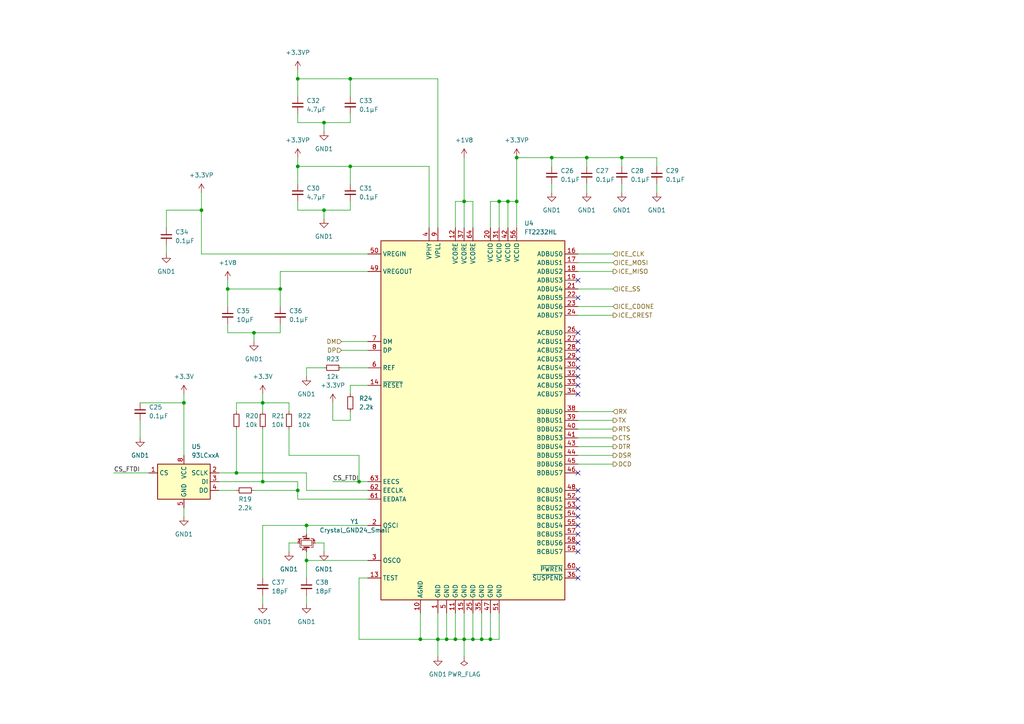
<source format=kicad_sch>
(kicad_sch (version 20230121) (generator eeschema)
  (paper "A4")
  (lib_symbols
    (symbol "Device:C_Small" (pin_numbers hide) (pin_names (offset 0.254) hide)
      (property "Reference" "C" (at 0.254 1.778 0))
      (property "Value" "C_Small" (at 0.254 -2.032 0))
      (symbol "C_Small_0_1"
        (polyline (pts (xy -1.524 -0.508) (xy 1.524 -0.508)) (stroke (width 0.3302)))
        (polyline (pts (xy -1.524 0.508) (xy 1.524 0.508)) (stroke (width 0.3048)))
      )
      (symbol "C_Small_1_1"
        (pin passive line (at 0 2.54 270) (length 2.032) (name "~") (number "1"))
        (pin passive line (at 0 -2.54 90) (length 2.032) (name "~") (number "2"))
      )
    )
    (symbol "Device:Crystal_GND24_Small" (pin_names (offset 1.016) hide)
      (property "Reference" "Y" (at 1.27 4.445 0))
      (property "Value" "Crystal_GND24_Small" (at 1.27 2.54 0))
      (symbol "Crystal_GND24_Small_0_1"
        (rectangle (start -0.762 -1.524) (end 0.762 1.524))
        (polyline (pts (xy -1.27 -0.762) (xy -1.27 0.762)) (stroke (width 0.381)))
        (polyline (pts (xy 1.27 -0.762) (xy 1.27 0.762)) (stroke (width 0.381)))
        (polyline (pts (xy -1.27 -1.27) (xy -1.27 -1.905) (xy 1.27 -1.905) (xy 1.27 -1.27)))
        (polyline (pts (xy -1.27 1.27) (xy -1.27 1.905) (xy 1.27 1.905) (xy 1.27 1.27)))
      )
      (symbol "Crystal_GND24_Small_1_1"
        (pin passive line (at -2.54 0 0) (length 1.27) (name "1") (number "1"))
        (pin passive line (at 0 -2.54 90) (length 0.635) (name "2") (number "2"))
        (pin passive line (at 2.54 0 180) (length 1.27) (name "3") (number "3"))
        (pin passive line (at 0 2.54 270) (length 0.635) (name "4") (number "4"))
      )
    )
    (symbol "Device:R_Small" (pin_numbers hide) (pin_names (offset 0.254) hide)
      (property "Reference" "R" (at 0.762 0.508 0))
      (property "Value" "R_Small" (at 0.762 -1.016 0))
      (symbol "R_Small_0_1"
        (rectangle (start -0.762 1.778) (end 0.762 -1.778) (stroke (width 0.2032)))
      )
      (symbol "R_Small_1_1"
        (pin passive line (at 0 2.54 270) (length 0.762) (name "~") (number "1"))
        (pin passive line (at 0 -2.54 90) (length 0.762) (name "~") (number "2"))
      )
    )
    (symbol "Interface_USB:FT2232HL"
      (property "Reference" "U" (at -26.67 53.34 0))
      (property "Value" "FT2232HL" (at 19.05 53.34 0))
      (symbol "FT2232HL_0_1"
        (rectangle (start -26.67 -52.07) (end 26.67 52.07) (stroke (width 0.254)) (fill (type background)))
      )
      (symbol "FT2232HL_1_1"
        (pin power_in line (at -10.16 -55.88 90) (length 3.81) (name "GND") (number "1"))
        (pin power_in line (at -15.24 -55.88 90) (length 3.81) (name "AGND") (number "10"))
        (pin power_in line (at -5.08 -55.88 90) (length 3.81) (name "GND") (number "11"))
        (pin power_in line (at -5.08 55.88 270) (length 3.81) (name "VCORE") (number "12"))
        (pin input line (at -30.48 -45.72 0) (length 3.81) (name "TEST") (number "13"))
        (pin input line (at -30.48 10.16 0) (length 3.81) (name "~{RESET}") (number "14"))
        (pin power_in line (at -2.54 -55.88 90) (length 3.81) (name "GND") (number "15"))
        (pin bidirectional line (at 30.48 48.26 180) (length 3.81) (name "ADBUS0") (number "16"))
        (pin bidirectional line (at 30.48 45.72 180) (length 3.81) (name "ADBUS1") (number "17"))
        (pin bidirectional line (at 30.48 43.18 180) (length 3.81) (name "ADBUS2") (number "18"))
        (pin bidirectional line (at 30.48 40.64 180) (length 3.81) (name "ADBUS3") (number "19"))
        (pin input line (at -30.48 -30.48 0) (length 3.81) (name "OSCI") (number "2"))
        (pin power_in line (at 5.08 55.88 270) (length 3.81) (name "VCCIO") (number "20"))
        (pin bidirectional line (at 30.48 38.1 180) (length 3.81) (name "ADBUS4") (number "21"))
        (pin bidirectional line (at 30.48 35.56 180) (length 3.81) (name "ADBUS5") (number "22"))
        (pin bidirectional line (at 30.48 33.02 180) (length 3.81) (name "ADBUS6") (number "23"))
        (pin bidirectional line (at 30.48 30.48 180) (length 3.81) (name "ADBUS7") (number "24"))
        (pin power_in line (at 0 -55.88 90) (length 3.81) (name "GND") (number "25"))
        (pin bidirectional line (at 30.48 25.4 180) (length 3.81) (name "ACBUS0") (number "26"))
        (pin bidirectional line (at 30.48 22.86 180) (length 3.81) (name "ACBUS1") (number "27"))
        (pin bidirectional line (at 30.48 20.32 180) (length 3.81) (name "ACBUS2") (number "28"))
        (pin bidirectional line (at 30.48 17.78 180) (length 3.81) (name "ACBUS3") (number "29"))
        (pin output line (at -30.48 -40.64 0) (length 3.81) (name "OSCO") (number "3"))
        (pin bidirectional line (at 30.48 15.24 180) (length 3.81) (name "ACBUS4") (number "30"))
        (pin power_in line (at 7.62 55.88 270) (length 3.81) (name "VCCIO") (number "31"))
        (pin bidirectional line (at 30.48 12.7 180) (length 3.81) (name "ACBUS5") (number "32"))
        (pin bidirectional line (at 30.48 10.16 180) (length 3.81) (name "ACBUS6") (number "33"))
        (pin bidirectional line (at 30.48 7.62 180) (length 3.81) (name "ACBUS7") (number "34"))
        (pin power_in line (at 2.54 -55.88 90) (length 3.81) (name "GND") (number "35"))
        (pin output line (at 30.48 -45.72 180) (length 3.81) (name "~{SUSPEND}") (number "36"))
        (pin power_in line (at -2.54 55.88 270) (length 3.81) (name "VCORE") (number "37"))
        (pin bidirectional line (at 30.48 2.54 180) (length 3.81) (name "BDBUS0") (number "38"))
        (pin bidirectional line (at 30.48 0 180) (length 3.81) (name "BDBUS1") (number "39"))
        (pin power_in line (at -12.7 55.88 270) (length 3.81) (name "VPHY") (number "4"))
        (pin bidirectional line (at 30.48 -2.54 180) (length 3.81) (name "BDBUS2") (number "40"))
        (pin bidirectional line (at 30.48 -5.08 180) (length 3.81) (name "BDBUS3") (number "41"))
        (pin power_in line (at 10.16 55.88 270) (length 3.81) (name "VCCIO") (number "42"))
        (pin bidirectional line (at 30.48 -7.62 180) (length 3.81) (name "BDBUS4") (number "43"))
        (pin bidirectional line (at 30.48 -10.16 180) (length 3.81) (name "BDBUS5") (number "44"))
        (pin bidirectional line (at 30.48 -12.7 180) (length 3.81) (name "BDBUS6") (number "45"))
        (pin bidirectional line (at 30.48 -15.24 180) (length 3.81) (name "BDBUS7") (number "46"))
        (pin power_in line (at 5.08 -55.88 90) (length 3.81) (name "GND") (number "47"))
        (pin bidirectional line (at 30.48 -20.32 180) (length 3.81) (name "BCBUS0") (number "48"))
        (pin power_out line (at -30.48 43.18 0) (length 3.81) (name "VREGOUT") (number "49"))
        (pin power_in line (at -7.62 -55.88 90) (length 3.81) (name "GND") (number "5"))
        (pin power_in line (at -30.48 48.26 0) (length 3.81) (name "VREGIN") (number "50"))
        (pin power_in line (at 7.62 -55.88 90) (length 3.81) (name "GND") (number "51"))
        (pin bidirectional line (at 30.48 -22.86 180) (length 3.81) (name "BCBUS1") (number "52"))
        (pin bidirectional line (at 30.48 -25.4 180) (length 3.81) (name "BCBUS2") (number "53"))
        (pin bidirectional line (at 30.48 -27.94 180) (length 3.81) (name "BCBUS3") (number "54"))
        (pin bidirectional line (at 30.48 -30.48 180) (length 3.81) (name "BCBUS4") (number "55"))
        (pin power_in line (at 12.7 55.88 270) (length 3.81) (name "VCCIO") (number "56"))
        (pin bidirectional line (at 30.48 -33.02 180) (length 3.81) (name "BCBUS5") (number "57"))
        (pin bidirectional line (at 30.48 -35.56 180) (length 3.81) (name "BCBUS6") (number "58"))
        (pin bidirectional line (at 30.48 -38.1 180) (length 3.81) (name "BCBUS7") (number "59"))
        (pin output line (at -30.48 15.24 0) (length 3.81) (name "REF") (number "6"))
        (pin output line (at 30.48 -43.18 180) (length 3.81) (name "~{PWREN}") (number "60"))
        (pin bidirectional line (at -30.48 -22.86 0) (length 3.81) (name "EEDATA") (number "61"))
        (pin output line (at -30.48 -20.32 0) (length 3.81) (name "EECLK") (number "62"))
        (pin output line (at -30.48 -17.78 0) (length 3.81) (name "EECS") (number "63"))
        (pin power_in line (at 0 55.88 270) (length 3.81) (name "VCORE") (number "64"))
        (pin bidirectional line (at -30.48 22.86 0) (length 3.81) (name "DM") (number "7"))
        (pin bidirectional line (at -30.48 20.32 0) (length 3.81) (name "DP") (number "8"))
        (pin input line (at -10.16 55.88 270) (length 3.81) (name "VPLL") (number "9"))
      )
    )
    (symbol "Memory_EEPROM:93LCxxA"
      (property "Reference" "U" (at -7.62 6.35 0))
      (property "Value" "93LCxxA" (at 2.54 -6.35 0))
      (symbol "93LCxxA_1_1"
        (rectangle (start -7.62 5.08) (end 7.62 -5.08) (stroke (width 0.254)) (fill (type background)))
        (pin input line (at -10.16 2.54 0) (length 2.54) (name "CS") (number "1"))
        (pin input line (at 10.16 2.54 180) (length 2.54) (name "SCLK") (number "2"))
        (pin input line (at 10.16 0 180) (length 2.54) (name "DI") (number "3"))
        (pin tri_state line (at 10.16 -2.54 180) (length 2.54) (name "DO") (number "4"))
        (pin power_in line (at 0 -7.62 90) (length 2.54) (name "GND") (number "5"))
        (pin no_connect line (at -7.62 0 0) (length 2.54) hide (name "NC") (number "6"))
        (pin no_connect line (at -7.62 -2.54 0) (length 2.54) hide (name "NC") (number "7"))
        (pin power_in line (at 0 7.62 270) (length 2.54) (name "VCC") (number "8"))
      )
    )
    (symbol "power:+1V8" (power) (pin_names (offset 0))
      (property "Value" "+1V8" (at 0 3.556 0))
      (symbol "+1V8_0_1"
        (polyline (pts (xy -0.762 1.27) (xy 0 2.54)))
        (polyline (pts (xy 0 0) (xy 0 2.54)))
        (polyline (pts (xy 0 2.54) (xy 0.762 1.27)))
      )
      (symbol "+1V8_1_1"
        (pin power_in line (at 0 0 90) (length 0) hide (name "+1V8") (number "1"))
      )
    )
    (symbol "power:+3.3V" (power) (pin_names (offset 0))
      (property "Value" "+3.3V" (at 0 3.556 0))
      (symbol "+3.3V_0_1"
        (polyline (pts (xy -0.762 1.27) (xy 0 2.54)))
        (polyline (pts (xy 0 0) (xy 0 2.54)))
        (polyline (pts (xy 0 2.54) (xy 0.762 1.27)))
      )
      (symbol "+3.3V_1_1"
        (pin power_in line (at 0 0 90) (length 0) hide (name "+3.3V") (number "1"))
      )
    )
    (symbol "power:+3.3VP" (power) (pin_names (offset 0))
      (property "Value" "+3.3VP" (at 0 2.54 0))
      (symbol "+3.3VP_0_0"
        (pin power_in line (at 0 0 90) (length 0) hide (name "+3.3VP") (number "1"))
      )
      (symbol "+3.3VP_0_1"
        (polyline (pts (xy -0.762 1.27) (xy 0 2.54)))
        (polyline (pts (xy 0 0) (xy 0 2.54)))
        (polyline (pts (xy 0 2.54) (xy 0.762 1.27)))
      )
    )
    (symbol "power:GND1" (power) (pin_names (offset 0))
      (property "Value" "GND1" (at 0 -3.81 0))
      (symbol "GND1_0_1"
        (polyline (pts (xy 0 0) (xy 0 -1.27) (xy 1.27 -1.27) (xy 0 -2.54) (xy -1.27 -1.27) (xy 0 -1.27)))
      )
      (symbol "GND1_1_1"
        (pin power_in line (at 0 0 270) (length 0) hide (name "GND1") (number "1"))
      )
    )
    (symbol "power:PWR_FLAG" (power) (pin_numbers hide) (pin_names (offset 0) hide)
      (property "Value" "PWR_FLAG" (at 0 3.81 0))
      (symbol "PWR_FLAG_0_0"
        (pin power_out line (at 0 0 90) (length 0) (name "pwr") (number "1"))
      )
      (symbol "PWR_FLAG_0_1"
        (polyline (pts (xy 0 0) (xy 0 1.27) (xy -1.016 1.905) (xy 0 2.54) (xy 1.016 1.905) (xy 0 1.27)))
      )
    )
  )
  (junction (at 86.36 142.24))
  (junction (at 73.66 96.52))
  (junction (at 68.58 137.16))
  (junction (at 58.42 60.96))
  (junction (at 88.9 152.4))
  (junction (at 149.86 58.42))
  (junction (at 134.62 185.42))
  (junction (at 149.86 45.72))
  (junction (at 66.04 83.82))
  (junction (at 104.14 139.7))
  (junction (at 86.36 22.86))
  (junction (at 101.6 48.26))
  (junction (at 101.6 22.86))
  (junction (at 93.98 60.96))
  (junction (at 139.7 185.42))
  (junction (at 76.2 139.7))
  (junction (at 76.2 116.84))
  (junction (at 144.78 58.42))
  (junction (at 86.36 48.26))
  (junction (at 81.28 83.82))
  (junction (at 142.24 185.42))
  (junction (at 93.98 35.56))
  (junction (at 147.32 58.42))
  (junction (at 132.08 185.42))
  (junction (at 53.34 116.84))
  (junction (at 180.34 45.72))
  (junction (at 127 185.42))
  (junction (at 129.54 185.42))
  (junction (at 160.02 45.72))
  (junction (at 170.18 45.72))
  (junction (at 121.92 185.42))
  (junction (at 88.9 162.56))
  (junction (at 137.16 185.42))
  (junction (at 134.62 58.42))
  (no_connect (at 167.64 109.22))
  (no_connect (at 167.64 114.3))
  (no_connect (at 167.64 147.32))
  (no_connect (at 167.64 101.6))
  (no_connect (at 167.64 149.86))
  (no_connect (at 167.64 106.68))
  (no_connect (at 167.64 154.94))
  (no_connect (at 167.64 111.76))
  (no_connect (at 167.64 160.02))
  (no_connect (at 167.64 142.24))
  (no_connect (at 167.64 99.06))
  (no_connect (at 167.64 165.1))
  (no_connect (at 167.64 104.14))
  (no_connect (at 167.64 144.78))
  (no_connect (at 167.64 152.4))
  (no_connect (at 167.64 86.36))
  (no_connect (at 167.64 137.16))
  (no_connect (at 167.64 96.52))
  (no_connect (at 167.64 157.48))
  (no_connect (at 167.64 167.64))
  (no_connect (at 167.64 81.28))
  (wire (pts (xy 68.58 124.46) (xy 68.58 137.16)))
  (wire (pts (xy 134.62 45.72) (xy 134.62 58.42)))
  (wire (pts (xy 96.52 116.84) (xy 96.52 121.92)))
  (wire (pts (xy 101.6 114.3) (xy 101.6 111.76)))
  (wire (pts (xy 160.02 45.72) (xy 149.86 45.72)))
  (wire (pts (xy 76.2 152.4) (xy 76.2 167.64)))
  (wire (pts (xy 76.2 152.4) (xy 88.9 152.4)))
  (wire (pts (xy 121.92 185.42) (xy 121.92 177.8)))
  (wire (pts (xy 170.18 53.34) (xy 170.18 55.88)))
  (wire (pts (xy 167.64 134.62) (xy 177.8 134.62)))
  (wire (pts (xy 66.04 81.28) (xy 66.04 83.82)))
  (wire (pts (xy 124.46 48.26) (xy 124.46 66.04)))
  (wire (pts (xy 73.66 142.24) (xy 86.36 142.24)))
  (wire (pts (xy 149.86 45.72) (xy 149.86 58.42)))
  (wire (pts (xy 58.42 73.66) (xy 106.68 73.66)))
  (wire (pts (xy 73.66 96.52) (xy 81.28 96.52)))
  (wire (pts (xy 66.04 83.82) (xy 81.28 83.82)))
  (wire (pts (xy 40.64 121.92) (xy 40.64 127)))
  (wire (pts (xy 167.64 73.66) (xy 177.8 73.66)))
  (wire (pts (xy 81.28 83.82) (xy 81.28 88.9)))
  (wire (pts (xy 63.5 142.24) (xy 68.58 142.24)))
  (wire (pts (xy 93.98 35.56) (xy 93.98 38.1)))
  (wire (pts (xy 76.2 116.84) (xy 76.2 119.38)))
  (wire (pts (xy 68.58 116.84) (xy 76.2 116.84)))
  (wire (pts (xy 170.18 48.26) (xy 170.18 45.72)))
  (wire (pts (xy 88.9 106.68) (xy 93.98 106.68)))
  (wire (pts (xy 93.98 157.48) (xy 91.44 157.48)))
  (wire (pts (xy 134.62 58.42) (xy 134.62 66.04)))
  (wire (pts (xy 167.64 91.44) (xy 177.8 91.44)))
  (wire (pts (xy 134.62 185.42) (xy 132.08 185.42)))
  (wire (pts (xy 48.26 60.96) (xy 58.42 60.96)))
  (wire (pts (xy 137.16 177.8) (xy 137.16 185.42)))
  (wire (pts (xy 101.6 111.76) (xy 106.68 111.76)))
  (wire (pts (xy 101.6 58.42) (xy 101.6 60.96)))
  (wire (pts (xy 180.34 45.72) (xy 190.5 45.72)))
  (wire (pts (xy 83.82 119.38) (xy 83.82 116.84)))
  (wire (pts (xy 73.66 96.52) (xy 66.04 96.52)))
  (wire (pts (xy 76.2 139.7) (xy 86.36 139.7)))
  (wire (pts (xy 93.98 60.96) (xy 93.98 63.5)))
  (wire (pts (xy 160.02 48.26) (xy 160.02 45.72)))
  (wire (pts (xy 93.98 35.56) (xy 86.36 35.56)))
  (wire (pts (xy 86.36 20.32) (xy 86.36 22.86)))
  (wire (pts (xy 86.36 142.24) (xy 86.36 144.78)))
  (wire (pts (xy 167.64 88.9) (xy 177.8 88.9)))
  (wire (pts (xy 73.66 96.52) (xy 73.66 99.06)))
  (wire (pts (xy 81.28 78.74) (xy 106.68 78.74)))
  (wire (pts (xy 88.9 162.56) (xy 106.68 162.56)))
  (wire (pts (xy 134.62 185.42) (xy 134.62 190.5)))
  (wire (pts (xy 86.36 157.48) (xy 83.82 157.48)))
  (wire (pts (xy 139.7 177.8) (xy 139.7 185.42)))
  (wire (pts (xy 86.36 139.7) (xy 86.36 142.24)))
  (wire (pts (xy 167.64 119.38) (xy 177.8 119.38)))
  (wire (pts (xy 139.7 185.42) (xy 137.16 185.42)))
  (wire (pts (xy 129.54 177.8) (xy 129.54 185.42)))
  (wire (pts (xy 96.52 139.7) (xy 104.14 139.7)))
  (wire (pts (xy 88.9 172.72) (xy 88.9 175.26)))
  (wire (pts (xy 101.6 33.02) (xy 101.6 35.56)))
  (wire (pts (xy 88.9 162.56) (xy 88.9 167.64)))
  (wire (pts (xy 40.64 116.84) (xy 53.34 116.84)))
  (wire (pts (xy 106.68 167.64) (xy 104.14 167.64)))
  (wire (pts (xy 104.14 167.64) (xy 104.14 185.42)))
  (wire (pts (xy 142.24 185.42) (xy 139.7 185.42)))
  (wire (pts (xy 86.36 144.78) (xy 106.68 144.78)))
  (wire (pts (xy 93.98 60.96) (xy 86.36 60.96)))
  (wire (pts (xy 127 177.8) (xy 127 185.42)))
  (wire (pts (xy 180.34 48.26) (xy 180.34 45.72)))
  (wire (pts (xy 53.34 147.32) (xy 53.34 149.86)))
  (wire (pts (xy 190.5 48.26) (xy 190.5 45.72)))
  (wire (pts (xy 86.36 48.26) (xy 86.36 53.34)))
  (wire (pts (xy 101.6 22.86) (xy 127 22.86)))
  (wire (pts (xy 58.42 60.96) (xy 58.42 73.66)))
  (wire (pts (xy 48.26 71.12) (xy 48.26 73.66)))
  (wire (pts (xy 76.2 116.84) (xy 83.82 116.84)))
  (wire (pts (xy 104.14 132.08) (xy 104.14 139.7)))
  (wire (pts (xy 144.78 58.42) (xy 142.24 58.42)))
  (wire (pts (xy 83.82 157.48) (xy 83.82 160.02)))
  (wire (pts (xy 33.02 137.16) (xy 43.18 137.16)))
  (wire (pts (xy 132.08 66.04) (xy 132.08 58.42)))
  (wire (pts (xy 149.86 66.04) (xy 149.86 58.42)))
  (wire (pts (xy 53.34 116.84) (xy 53.34 132.08)))
  (wire (pts (xy 132.08 58.42) (xy 134.62 58.42)))
  (wire (pts (xy 48.26 60.96) (xy 48.26 66.04)))
  (wire (pts (xy 93.98 157.48) (xy 93.98 160.02)))
  (wire (pts (xy 144.78 185.42) (xy 142.24 185.42)))
  (wire (pts (xy 93.98 35.56) (xy 101.6 35.56)))
  (wire (pts (xy 88.9 142.24) (xy 106.68 142.24)))
  (wire (pts (xy 160.02 53.34) (xy 160.02 55.88)))
  (wire (pts (xy 167.64 78.74) (xy 177.8 78.74)))
  (wire (pts (xy 63.5 139.7) (xy 76.2 139.7)))
  (wire (pts (xy 142.24 177.8) (xy 142.24 185.42)))
  (wire (pts (xy 180.34 53.34) (xy 180.34 55.88)))
  (wire (pts (xy 129.54 185.42) (xy 127 185.42)))
  (wire (pts (xy 104.14 185.42) (xy 121.92 185.42)))
  (wire (pts (xy 83.82 132.08) (xy 104.14 132.08)))
  (wire (pts (xy 104.14 139.7) (xy 106.68 139.7)))
  (wire (pts (xy 66.04 96.52) (xy 66.04 93.98)))
  (wire (pts (xy 86.36 22.86) (xy 86.36 27.94)))
  (wire (pts (xy 58.42 55.88) (xy 58.42 60.96)))
  (wire (pts (xy 88.9 106.68) (xy 88.9 109.22)))
  (wire (pts (xy 144.78 58.42) (xy 144.78 66.04)))
  (wire (pts (xy 167.64 132.08) (xy 177.8 132.08)))
  (wire (pts (xy 167.64 127) (xy 177.8 127)))
  (wire (pts (xy 101.6 121.92) (xy 101.6 119.38)))
  (wire (pts (xy 86.36 22.86) (xy 101.6 22.86)))
  (wire (pts (xy 190.5 53.34) (xy 190.5 55.88)))
  (wire (pts (xy 167.64 124.46) (xy 177.8 124.46)))
  (wire (pts (xy 88.9 152.4) (xy 106.68 152.4)))
  (wire (pts (xy 101.6 22.86) (xy 101.6 27.94)))
  (wire (pts (xy 83.82 124.46) (xy 83.82 132.08)))
  (wire (pts (xy 53.34 114.3) (xy 53.34 116.84)))
  (wire (pts (xy 134.62 58.42) (xy 137.16 58.42)))
  (wire (pts (xy 167.64 83.82) (xy 177.8 83.82)))
  (wire (pts (xy 86.36 48.26) (xy 101.6 48.26)))
  (wire (pts (xy 81.28 83.82) (xy 81.28 78.74)))
  (wire (pts (xy 160.02 45.72) (xy 170.18 45.72)))
  (wire (pts (xy 134.62 177.8) (xy 134.62 185.42)))
  (wire (pts (xy 96.52 121.92) (xy 101.6 121.92)))
  (wire (pts (xy 167.64 129.54) (xy 177.8 129.54)))
  (wire (pts (xy 76.2 172.72) (xy 76.2 175.26)))
  (wire (pts (xy 66.04 83.82) (xy 66.04 88.9)))
  (wire (pts (xy 127 22.86) (xy 127 66.04)))
  (wire (pts (xy 88.9 160.02) (xy 88.9 162.56)))
  (wire (pts (xy 68.58 137.16) (xy 88.9 137.16)))
  (wire (pts (xy 76.2 124.46) (xy 76.2 139.7)))
  (wire (pts (xy 99.06 101.6) (xy 106.68 101.6)))
  (wire (pts (xy 167.64 76.2) (xy 177.8 76.2)))
  (wire (pts (xy 127 185.42) (xy 127 190.5)))
  (wire (pts (xy 93.98 60.96) (xy 101.6 60.96)))
  (wire (pts (xy 132.08 185.42) (xy 129.54 185.42)))
  (wire (pts (xy 86.36 60.96) (xy 86.36 58.42)))
  (wire (pts (xy 88.9 154.94) (xy 88.9 152.4)))
  (wire (pts (xy 132.08 177.8) (xy 132.08 185.42)))
  (wire (pts (xy 81.28 93.98) (xy 81.28 96.52)))
  (wire (pts (xy 147.32 58.42) (xy 147.32 66.04)))
  (wire (pts (xy 63.5 137.16) (xy 68.58 137.16)))
  (wire (pts (xy 137.16 58.42) (xy 137.16 66.04)))
  (wire (pts (xy 99.06 99.06) (xy 106.68 99.06)))
  (wire (pts (xy 76.2 114.3) (xy 76.2 116.84)))
  (wire (pts (xy 101.6 48.26) (xy 101.6 53.34)))
  (wire (pts (xy 101.6 48.26) (xy 124.46 48.26)))
  (wire (pts (xy 68.58 119.38) (xy 68.58 116.84)))
  (wire (pts (xy 147.32 58.42) (xy 144.78 58.42)))
  (wire (pts (xy 86.36 35.56) (xy 86.36 33.02)))
  (wire (pts (xy 170.18 45.72) (xy 180.34 45.72)))
  (wire (pts (xy 127 185.42) (xy 121.92 185.42)))
  (wire (pts (xy 88.9 137.16) (xy 88.9 142.24)))
  (wire (pts (xy 99.06 106.68) (xy 106.68 106.68)))
  (wire (pts (xy 149.86 58.42) (xy 147.32 58.42)))
  (wire (pts (xy 86.36 45.72) (xy 86.36 48.26)))
  (wire (pts (xy 142.24 58.42) (xy 142.24 66.04)))
  (wire (pts (xy 144.78 177.8) (xy 144.78 185.42)))
  (wire (pts (xy 167.64 121.92) (xy 177.8 121.92)))
  (wire (pts (xy 137.16 185.42) (xy 134.62 185.42)))
  (label "CS_FTDI" (at 96.52 139.7 0))
  (label "CS_FTDI" (at 33.02 137.16 0))
  (hierarchical_label "DP" (shape input) (at 99.06 101.6 180))
  (hierarchical_label "DM" (shape input) (at 99.06 99.06 180))
  (hierarchical_label "RX" (shape input) (at 177.8 119.38 0))
  (hierarchical_label "ICE_CLK" (shape input) (at 177.8 73.66 0))
  (hierarchical_label "TX" (shape output) (at 177.8 121.92 0))
  (hierarchical_label "ICE_MISO" (shape output) (at 177.8 78.74 0))
  (hierarchical_label "DCD" (shape output) (at 177.8 134.62 0))
  (hierarchical_label "DSR" (shape output) (at 177.8 132.08 0))
  (hierarchical_label "ICE_CDONE" (shape input) (at 177.8 88.9 0))
  (hierarchical_label "ICE_CREST" (shape output) (at 177.8 91.44 0))
  (hierarchical_label "ICE_MOSI" (shape input) (at 177.8 76.2 0))
  (hierarchical_label "DTR" (shape output) (at 177.8 129.54 0))
  (hierarchical_label "RTS" (shape output) (at 177.8 124.46 0))
  (hierarchical_label "ICE_SS" (shape input) (at 177.8 83.82 0))
  (hierarchical_label "CTS" (shape output) (at 177.8 127 0))
  (symbol (lib_id "power:+3.3V") (at 76.2 114.3 0) (unit 1)
    (property "Reference" "#PWR057" (effects hide))
    (property "Value" "+3.3V" (at 76.2 109.22 0))
  )
  (symbol (lib_id "power:GND1") (at 93.98 38.1 0) (unit 1)
    (property "Reference" "#PWR067" (effects hide))
    (property "Value" "GND1" (at 93.98 43.18 0))
  )
  (symbol (lib_id "power:GND1") (at 48.26 73.66 0) (unit 1)
    (property "Reference" "#PWR070" (effects hide))
    (property "Value" "GND1" (at 48.26 78.74 0))
  )
  (symbol (lib_id "Device:R_Small") (at 71.12 142.24 90) (unit 1)
    (property "Reference" "R19" (at 71.12 144.78 90))
    (property "Value" "2.2k" (at 71.12 147.32 90))
    (property "Footprint" "Resistor_SMD:R_0603_1608Metric" (effects hide))
  )
  (symbol (lib_id "power:+3.3V") (at 53.34 114.3 0) (unit 1)
    (property "Reference" "#PWR055" (effects hide))
    (property "Value" "+3.3V" (at 53.34 109.22 0))
  )
  (symbol (lib_id "Device:Crystal_GND24_Small") (at 88.9 157.48 270) (unit 1)
    (property "Reference" "Y1" (at 102.87 151.2503 90))
    (property "Value" "Crystal_GND24_Small" (at 102.87 153.7903 90))
    (property "Footprint" "Crystal:Crystal_SMD_3225-4Pin_3.2x2.5mm" (effects hide))
    (property "Datasheet" "https://www.mouser.de/ProductDetail/ABRACON/ABM8AIG-12.000MHZ-1Z-T?qs=uwxL4vQweFO5XCxMHCFfeA%3D%3D" (effects hide))
  )
  (symbol (lib_id "power:GND1") (at 76.2 175.26 0) (unit 1)
    (property "Reference" "#PWR075" (effects hide))
    (property "Value" "GND1" (at 76.2 180.34 0))
  )
  (symbol (lib_id "Device:C_Small") (at 101.6 30.48 0) (unit 1)
    (property "Reference" "C33" (at 104.14 29.2163 0) (effects (justify left)))
    (property "Value" "0.1µF" (at 104.14 31.7563 0) (effects (justify left)))
    (property "Footprint" "Capacitor_SMD:C_0603_1608Metric" (effects hide))
  )
  (symbol (lib_id "Device:C_Small") (at 81.28 91.44 0) (unit 1)
    (property "Reference" "C36" (at 83.82 90.1763 0) (effects (justify left)))
    (property "Value" "0.1µF" (at 83.82 92.7163 0) (effects (justify left)))
    (property "Footprint" "Capacitor_SMD:C_0603_1608Metric" (effects hide))
  )
  (symbol (lib_id "power:GND1") (at 170.18 55.88 0) (unit 1)
    (property "Reference" "#PWR061" (effects hide))
    (property "Value" "GND1" (at 170.18 60.96 0))
  )
  (symbol (lib_id "Device:C_Small") (at 88.9 170.18 0) (unit 1)
    (property "Reference" "C38" (at 91.44 168.9163 0) (effects (justify left)))
    (property "Value" "18pF" (at 91.44 171.4563 0) (effects (justify left)))
    (property "Footprint" "Capacitor_SMD:C_0603_1608Metric" (effects hide))
  )
  (symbol (lib_id "power:+3.3VP") (at 86.36 45.72 0) (unit 1)
    (property "Reference" "#PWR066" (effects hide))
    (property "Value" "+3.3VP" (at 86.36 40.64 0))
  )
  (symbol (lib_id "Device:C_Small") (at 180.34 50.8 0) (unit 1)
    (property "Reference" "C28" (at 182.88 49.5363 0) (effects (justify left)))
    (property "Value" "0.1µF" (at 182.88 52.0763 0) (effects (justify left)))
    (property "Footprint" "Capacitor_SMD:C_0603_1608Metric" (effects hide))
  )
  (symbol (lib_id "power:GND1") (at 83.82 160.02 0) (unit 1)
    (property "Reference" "#PWR078" (effects hide))
    (property "Value" "GND1" (at 83.82 165.1 0))
  )
  (symbol (lib_id "Device:R_Small") (at 101.6 116.84 0) (unit 1)
    (property "Reference" "R24" (at 104.14 115.57 0) (effects (justify left)))
    (property "Value" "2.2k" (at 104.14 118.11 0) (effects (justify left)))
    (property "Footprint" "Resistor_SMD:R_0603_1608Metric" (effects hide))
  )
  (symbol (lib_id "Device:C_Small") (at 76.2 170.18 0) (unit 1)
    (property "Reference" "C37" (at 78.74 168.9163 0) (effects (justify left)))
    (property "Value" "18pF" (at 78.74 171.4563 0) (effects (justify left)))
    (property "Footprint" "Capacitor_SMD:C_0603_1608Metric" (effects hide))
  )
  (symbol (lib_id "Device:C_Small") (at 48.26 68.58 0) (unit 1)
    (property "Reference" "C34" (at 50.8 67.3163 0) (effects (justify left)))
    (property "Value" "0.1µF" (at 50.8 69.8563 0) (effects (justify left)))
    (property "Footprint" "Capacitor_SMD:C_0603_1608Metric" (effects hide))
  )
  (symbol (lib_id "power:GND1") (at 180.34 55.88 0) (unit 1)
    (property "Reference" "#PWR062" (effects hide))
    (property "Value" "GND1" (at 180.34 60.96 0))
  )
  (symbol (lib_id "power:+3.3VP") (at 86.36 20.32 0) (unit 1)
    (property "Reference" "#PWR065" (effects hide))
    (property "Value" "+3.3VP" (at 86.36 15.24 0))
  )
  (symbol (lib_id "Device:C_Small") (at 101.6 55.88 0) (unit 1)
    (property "Reference" "C31" (at 104.14 54.6163 0) (effects (justify left)))
    (property "Value" "0.1µF" (at 104.14 57.1563 0) (effects (justify left)))
    (property "Footprint" "Capacitor_SMD:C_0603_1608Metric" (effects hide))
  )
  (symbol (lib_id "power:+3.3VP") (at 58.42 55.88 0) (unit 1)
    (property "Reference" "#PWR069" (effects hide))
    (property "Value" "+3.3VP" (at 58.42 50.8 0))
  )
  (symbol (lib_id "power:GND1") (at 40.64 127 0) (unit 1)
    (property "Reference" "#PWR077" (effects hide))
    (property "Value" "GND1" (at 40.64 132.08 0))
  )
  (symbol (lib_id "power:+3.3VP") (at 96.52 116.84 0) (unit 1)
    (property "Reference" "#PWR074" (effects hide))
    (property "Value" "+3.3VP" (at 96.52 111.76 0))
  )
  (symbol (lib_id "Device:C_Small") (at 40.64 119.38 0) (unit 1)
    (property "Reference" "C25" (at 43.18 118.1163 0) (effects (justify left)))
    (property "Value" "0.1µF" (at 43.18 120.6563 0) (effects (justify left)))
    (property "Footprint" "Capacitor_SMD:C_0603_1608Metric" (effects hide))
  )
  (symbol (lib_id "power:GND1") (at 73.66 99.06 0) (unit 1)
    (property "Reference" "#PWR072" (effects hide))
    (property "Value" "GND1" (at 73.66 104.14 0))
  )
  (symbol (lib_id "power:GND1") (at 53.34 149.86 0) (unit 1)
    (property "Reference" "#PWR054" (effects hide))
    (property "Value" "GND1" (at 53.34 154.94 0))
  )
  (symbol (lib_id "power:GND1") (at 160.02 55.88 0) (unit 1)
    (property "Reference" "#PWR060" (effects hide))
    (property "Value" "GND1" (at 160.02 60.96 0))
  )
  (symbol (lib_id "Device:C_Small") (at 170.18 50.8 0) (unit 1)
    (property "Reference" "C27" (at 172.72 49.5363 0) (effects (justify left)))
    (property "Value" "0.1µF" (at 172.72 52.0763 0) (effects (justify left)))
    (property "Footprint" "Capacitor_SMD:C_0603_1608Metric" (effects hide))
  )
  (symbol (lib_id "power:GND1") (at 190.5 55.88 0) (unit 1)
    (property "Reference" "#PWR063" (effects hide))
    (property "Value" "GND1" (at 190.5 60.96 0))
  )
  (symbol (lib_id "power:GND1") (at 93.98 63.5 0) (unit 1)
    (property "Reference" "#PWR068" (effects hide))
    (property "Value" "GND1" (at 93.98 68.58 0))
  )
  (symbol (lib_id "power:+1V8") (at 66.04 81.28 0) (unit 1)
    (property "Reference" "#PWR071" (effects hide))
    (property "Value" "+1V8" (at 66.04 76.2 0))
  )
  (symbol (lib_id "Device:C_Small") (at 190.5 50.8 0) (unit 1)
    (property "Reference" "C29" (at 193.04 49.5363 0) (effects (justify left)))
    (property "Value" "0.1µF" (at 193.04 52.0763 0) (effects (justify left)))
    (property "Footprint" "Capacitor_SMD:C_0603_1608Metric" (effects hide))
  )
  (symbol (lib_id "power:GND1") (at 88.9 175.26 0) (unit 1)
    (property "Reference" "#PWR076" (effects hide))
    (property "Value" "GND1" (at 88.9 180.34 0))
  )
  (symbol (lib_id "Device:R_Small") (at 68.58 121.92 0) (unit 1)
    (property "Reference" "R20" (at 71.12 120.65 0) (effects (justify left)))
    (property "Value" "10k" (at 71.12 123.19 0) (effects (justify left)))
    (property "Footprint" "Resistor_SMD:R_0603_1608Metric" (effects hide))
  )
  (symbol (lib_id "power:+1V8") (at 134.62 45.72 0) (unit 1)
    (property "Reference" "#PWR064" (effects hide))
    (property "Value" "+1V8" (at 134.62 40.64 0))
  )
  (symbol (lib_id "Device:R_Small") (at 76.2 121.92 0) (unit 1)
    (property "Reference" "R21" (at 78.74 120.65 0) (effects (justify left)))
    (property "Value" "10k" (at 78.74 123.19 0) (effects (justify left)))
    (property "Footprint" "Resistor_SMD:R_0603_1608Metric" (effects hide))
  )
  (symbol (lib_id "power:GND1") (at 93.98 160.02 0) (unit 1)
    (property "Reference" "#PWR079" (effects hide))
    (property "Value" "GND1" (at 93.98 165.1 0))
  )
  (symbol (lib_id "Memory_EEPROM:93LCxxA") (at 53.34 139.7 0) (unit 1)
    (property "Reference" "U5" (at 55.5341 129.54 0) (effects (justify left)))
    (property "Value" "93LCxxA" (at 55.5341 132.08 0) (effects (justify left)))
    (property "Footprint" "Package_SO:SOIC-8_3.9x4.9mm_P1.27mm" (effects hide))
    (property "Datasheet" "http://ww1.microchip.com/downloads/en/DeviceDoc/20001749K.pdf" (effects hide))
  )
  (symbol (lib_id "Device:R_Small") (at 96.52 106.68 90) (unit 1)
    (property "Reference" "R23" (at 96.52 104.14 90))
    (property "Value" "12k" (at 96.52 109.22 90))
    (property "Footprint" "Resistor_SMD:R_0603_1608Metric" (effects hide))
  )
  (symbol (lib_id "power:GND1") (at 88.9 109.22 0) (unit 1)
    (property "Reference" "#PWR073" (effects hide))
    (property "Value" "GND1" (at 88.9 114.3 0))
  )
  (symbol (lib_id "power:GND1") (at 127 190.5 0) (unit 1)
    (property "Reference" "#PWR058" (effects hide))
    (property "Value" "GND1" (at 127 195.58 0))
  )
  (symbol (lib_id "Device:C_Small") (at 86.36 55.88 0) (unit 1)
    (property "Reference" "C30" (at 88.9 54.6163 0) (effects (justify left)))
    (property "Value" "4.7µF" (at 88.9 57.1563 0) (effects (justify left)))
    (property "Footprint" "Capacitor_SMD:C_0603_1608Metric" (effects hide))
  )
  (symbol (lib_id "Device:C_Small") (at 160.02 50.8 0) (unit 1)
    (property "Reference" "C26" (at 162.56 49.5363 0) (effects (justify left)))
    (property "Value" "0.1µF" (at 162.56 52.0763 0) (effects (justify left)))
    (property "Footprint" "Capacitor_SMD:C_0603_1608Metric" (effects hide))
  )
  (symbol (lib_id "Device:C_Small") (at 66.04 91.44 0) (unit 1)
    (property "Reference" "C35" (at 68.58 90.1763 0) (effects (justify left)))
    (property "Value" "10µF" (at 68.58 92.7163 0) (effects (justify left)))
    (property "Footprint" "Capacitor_SMD:C_0603_1608Metric" (effects hide))
  )
  (symbol (lib_id "power:PWR_FLAG") (at 134.62 190.5 180) (unit 1)
    (property "Reference" "#FLG03" (effects hide))
    (property "Value" "PWR_FLAG" (at 134.62 195.58 0))
  )
  (symbol (lib_id "power:+3.3VP") (at 149.86 45.72 0) (unit 1)
    (property "Reference" "#PWR059" (effects hide))
    (property "Value" "+3.3VP" (at 149.86 40.64 0))
  )
  (symbol (lib_id "Device:R_Small") (at 83.82 121.92 0) (unit 1)
    (property "Reference" "R22" (at 86.36 120.65 0) (effects (justify left)))
    (property "Value" "10k" (at 86.36 123.19 0) (effects (justify left)))
    (property "Footprint" "Resistor_SMD:R_0603_1608Metric" (effects hide))
  )
  (symbol (lib_id "Interface_USB:FT2232HL") (at 137.16 121.92 0) (unit 1)
    (property "Reference" "U4" (at 152.0541 64.77 0) (effects (justify left)))
    (property "Value" "FT2232HL" (at 152.0541 67.31 0) (effects (justify left)))
    (property "Footprint" "Package_QFP:LQFP-64_10x10mm_P0.5mm" (effects hide))
    (property "Datasheet" "https://www.ftdichip.com/Support/Documents/DataSheets/ICs/DS_FT2232H.pdf" (effects hide))
  )
  (symbol (lib_id "Device:C_Small") (at 86.36 30.48 0) (unit 1)
    (property "Reference" "C32" (at 88.9 29.2163 0) (effects (justify left)))
    (property "Value" "4.7µF" (at 88.9 31.7563 0) (effects (justify left)))
    (property "Footprint" "Capacitor_SMD:C_0603_1608Metric" (effects hide))
  )
)
</source>
